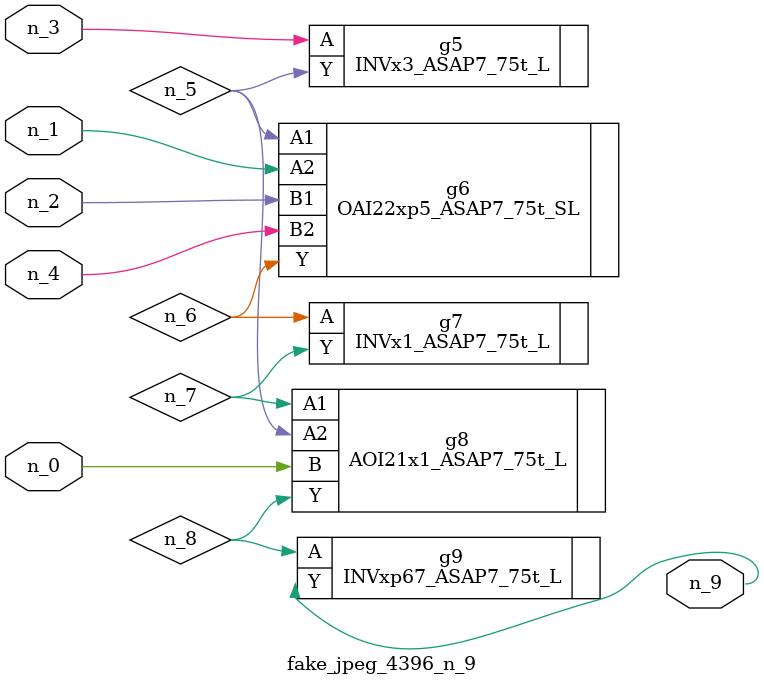
<source format=v>
module fake_jpeg_4396_n_9 (n_3, n_2, n_1, n_0, n_4, n_9);

input n_3;
input n_2;
input n_1;
input n_0;
input n_4;

output n_9;

wire n_8;
wire n_6;
wire n_5;
wire n_7;

INVx3_ASAP7_75t_L g5 ( 
.A(n_3),
.Y(n_5)
);

OAI22xp5_ASAP7_75t_SL g6 ( 
.A1(n_5),
.A2(n_1),
.B1(n_2),
.B2(n_4),
.Y(n_6)
);

INVx1_ASAP7_75t_L g7 ( 
.A(n_6),
.Y(n_7)
);

AOI21x1_ASAP7_75t_L g8 ( 
.A1(n_7),
.A2(n_5),
.B(n_0),
.Y(n_8)
);

INVxp67_ASAP7_75t_L g9 ( 
.A(n_8),
.Y(n_9)
);


endmodule
</source>
